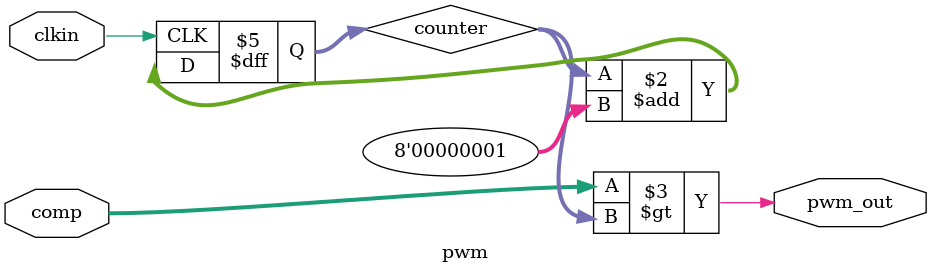
<source format=v>
`timescale 1ns / 1ps


module pwm(
  output pwm_out,
  input clkin,
  input[7:0] comp
);

reg[7:0] counter = 0;

always @(posedge clkin)
begin
  counter = counter + 8'd1;
end

assign pwm_out = (comp > counter);

endmodule
</source>
